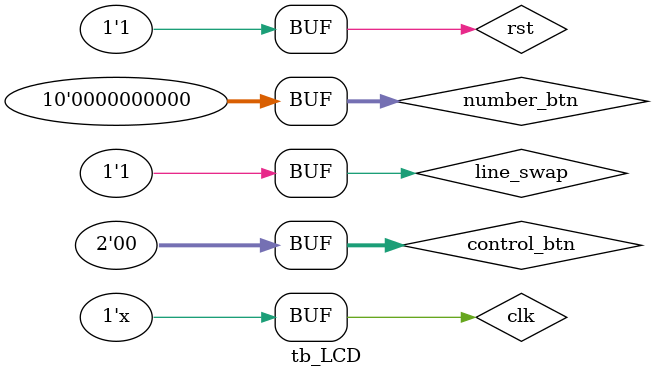
<source format=v>
`timescale 1ns / 1ps


module tb_LCD();

reg rst, clk;
reg[9:0] number_btn;
reg[1:0] control_btn;
reg line_swap;

wire LCD_E, LCD_RS, LCD_RW;
wire[7:0] LCD_DATA; 
wire[7:0] LED_out;

LCD tb(rst, clk, LCD_E, LCD_RS, LCD_RW, LCD_DATA, LED_out, number_btn, control_btn, line_swap);

initial begin 
    rst <= 0; clk <= 0; number_btn <= 10'b0000_0000_00; control_btn <= 2'b00; line_swap <= 0; #10
    rst <= 1; #100
    control_btn <= 2'b01; #10 control_btn <= 2'b00; #10
    control_btn <= 2'b01; #10 control_btn <= 2'b00; #10
    control_btn <= 2'b01; #10 control_btn <= 2'b00; #10
    control_btn <= 2'b01; #10 control_btn <= 2'b00; #10
    control_btn <= 2'b01; #10 control_btn <= 2'b00; #10
    control_btn <= 2'b01; #10 control_btn <= 2'b00; #10
    control_btn <= 2'b01; #10 control_btn <= 2'b00; #10
    control_btn <= 2'b01; #10 control_btn <= 2'b00; #10
    control_btn <= 2'b01; #10 control_btn <= 2'b00; #10
    control_btn <= 2'b01; #10 control_btn <= 2'b00; #10
    control_btn <= 2'b01; #10 control_btn <= 2'b00; #10
    control_btn <= 2'b01; #10 control_btn <= 2'b00; #10
    control_btn <= 2'b01; #10 control_btn <= 2'b00; #10
    control_btn <= 2'b01; #10 control_btn <= 2'b00; #10
    control_btn <= 2'b01; #10 control_btn <= 2'b00; #10
    control_btn <= 2'b01; #10 control_btn <= 2'b00; #10
    control_btn <= 2'b01; #10 control_btn <= 2'b00; #10
    control_btn <= 2'b01; #10 control_btn <= 2'b00; #10
    control_btn <= 2'b01; #10 control_btn <= 2'b00; #10
    control_btn <= 2'b01; #10 control_btn <= 2'b00; #10
    control_btn <= 2'b01; #10 control_btn <= 2'b00; #10
    control_btn <= 2'b01; #10 control_btn <= 2'b00; #10
    control_btn <= 2'b01; #10 control_btn <= 2'b00; #10
    control_btn <= 2'b01; #10 control_btn <= 2'b00; #10
    control_btn <= 2'b01; #10 control_btn <= 2'b00; #10
    control_btn <= 2'b01; #10 control_btn <= 2'b00; #10
    control_btn <= 2'b01; #10 control_btn <= 2'b00; #10
    control_btn <= 2'b01; #10 control_btn <= 2'b00; #10
    control_btn <= 2'b01; #10 control_btn <= 2'b00; #10
    number_btn <= 10'b1000000000; #10 number_btn <= 10'b0000000000; #10
    number_btn <= 10'b0010000000; #10 number_btn <= 10'b0000000000; #10
    line_swap <= 1; #10
    control_btn <= 2'b01; #10 control_btn <= 2'b00; #10
    control_btn <= 2'b01; #10 control_btn <= 2'b00; #10
    control_btn <= 2'b01; #10 control_btn <= 2'b00; #10
    control_btn <= 2'b01; #10 control_btn <= 2'b00; #10
    control_btn <= 2'b01; #10 control_btn <= 2'b00; #10
    control_btn <= 2'b01; #10 control_btn <= 2'b00; #10
    control_btn <= 2'b01; #10 control_btn <= 2'b00; #10
    control_btn <= 2'b01; #10 control_btn <= 2'b00; #10
    control_btn <= 2'b01; #10 control_btn <= 2'b00; #10
    control_btn <= 2'b01; #10 control_btn <= 2'b00; #10
    control_btn <= 2'b01; #10 control_btn <= 2'b00; #10
    control_btn <= 2'b01; #10 control_btn <= 2'b00; #10
    control_btn <= 2'b01; #10 control_btn <= 2'b00; #10
    control_btn <= 2'b01; #10 control_btn <= 2'b00; #10
    control_btn <= 2'b01; #10 control_btn <= 2'b00; #10
    control_btn <= 2'b01; #10 control_btn <= 2'b00; #10
    control_btn <= 2'b01; #10 control_btn <= 2'b00; #10
    control_btn <= 2'b01; #10 control_btn <= 2'b00; #10
    control_btn <= 2'b01; #10 control_btn <= 2'b00; #10
    control_btn <= 2'b01; #10 control_btn <= 2'b00; #10
    control_btn <= 2'b01; #10 control_btn <= 2'b00; #10
    control_btn <= 2'b01; #10 control_btn <= 2'b00; #10
    control_btn <= 2'b01; #10 control_btn <= 2'b00; #10
    number_btn <= 10'b0000100000; #10 number_btn <= 10'b0000000000;
end

always 
    #0.05 clk <= ~clk;

endmodule

</source>
